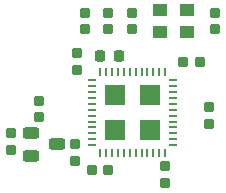
<source format=gtp>
G04*
G04 #@! TF.GenerationSoftware,Altium Limited,Altium Designer,23.3.1 (30)*
G04*
G04 Layer_Color=8421504*
%FSLAX44Y44*%
%MOMM*%
G71*
G04*
G04 #@! TF.SameCoordinates,2179DA4C-5F9F-4515-A9C7-B5EE9FB9D995*
G04*
G04*
G04 #@! TF.FilePolarity,Positive*
G04*
G01*
G75*
%ADD15R,1.8000X1.8000*%
%ADD16R,1.8000X1.8000*%
%ADD17R,0.7000X0.2490*%
%ADD18R,0.2490X0.7000*%
G04:AMPARAMS|DCode=19|XSize=1mm|YSize=1.4mm|CornerRadius=0.25mm|HoleSize=0mm|Usage=FLASHONLY|Rotation=270.000|XOffset=0mm|YOffset=0mm|HoleType=Round|Shape=RoundedRectangle|*
%AMROUNDEDRECTD19*
21,1,1.0000,0.9000,0,0,270.0*
21,1,0.5000,1.4000,0,0,270.0*
1,1,0.5000,-0.4500,-0.2500*
1,1,0.5000,-0.4500,0.2500*
1,1,0.5000,0.4500,0.2500*
1,1,0.5000,0.4500,-0.2500*
%
%ADD19ROUNDEDRECTD19*%
G04:AMPARAMS|DCode=20|XSize=0.85mm|YSize=0.85mm|CornerRadius=0.2125mm|HoleSize=0mm|Usage=FLASHONLY|Rotation=0.000|XOffset=0mm|YOffset=0mm|HoleType=Round|Shape=RoundedRectangle|*
%AMROUNDEDRECTD20*
21,1,0.8500,0.4250,0,0,0.0*
21,1,0.4250,0.8500,0,0,0.0*
1,1,0.4250,0.2125,-0.2125*
1,1,0.4250,-0.2125,-0.2125*
1,1,0.4250,-0.2125,0.2125*
1,1,0.4250,0.2125,0.2125*
%
%ADD20ROUNDEDRECTD20*%
G04:AMPARAMS|DCode=21|XSize=0.9mm|YSize=0.97mm|CornerRadius=0.225mm|HoleSize=0mm|Usage=FLASHONLY|Rotation=180.000|XOffset=0mm|YOffset=0mm|HoleType=Round|Shape=RoundedRectangle|*
%AMROUNDEDRECTD21*
21,1,0.9000,0.5200,0,0,180.0*
21,1,0.4500,0.9700,0,0,180.0*
1,1,0.4500,-0.2250,0.2600*
1,1,0.4500,0.2250,0.2600*
1,1,0.4500,0.2250,-0.2600*
1,1,0.4500,-0.2250,-0.2600*
%
%ADD21ROUNDEDRECTD21*%
G04:AMPARAMS|DCode=22|XSize=0.85mm|YSize=0.85mm|CornerRadius=0.2125mm|HoleSize=0mm|Usage=FLASHONLY|Rotation=270.000|XOffset=0mm|YOffset=0mm|HoleType=Round|Shape=RoundedRectangle|*
%AMROUNDEDRECTD22*
21,1,0.8500,0.4250,0,0,270.0*
21,1,0.4250,0.8500,0,0,270.0*
1,1,0.4250,-0.2125,-0.2125*
1,1,0.4250,-0.2125,0.2125*
1,1,0.4250,0.2125,0.2125*
1,1,0.4250,0.2125,-0.2125*
%
%ADD22ROUNDEDRECTD22*%
%ADD23R,1.3000X1.0500*%
D15*
X210500Y482500D02*
D03*
X180500Y452500D02*
D03*
D16*
X180500Y482500D02*
D03*
X210500Y452500D02*
D03*
D17*
X161000Y440000D02*
D03*
Y445000D02*
D03*
Y450000D02*
D03*
Y455000D02*
D03*
Y460000D02*
D03*
Y465000D02*
D03*
Y470000D02*
D03*
Y475000D02*
D03*
Y480000D02*
D03*
Y485000D02*
D03*
Y490000D02*
D03*
Y495000D02*
D03*
X230000Y440000D02*
D03*
Y445000D02*
D03*
Y450000D02*
D03*
Y455000D02*
D03*
Y460000D02*
D03*
Y465000D02*
D03*
Y470000D02*
D03*
Y475000D02*
D03*
Y480000D02*
D03*
Y485000D02*
D03*
Y490000D02*
D03*
Y495000D02*
D03*
D18*
X193000Y433000D02*
D03*
X188000D02*
D03*
X183000D02*
D03*
X178000D02*
D03*
X173000D02*
D03*
X168000D02*
D03*
X198000D02*
D03*
X203000D02*
D03*
X208000D02*
D03*
X213000D02*
D03*
X218000D02*
D03*
X223000D02*
D03*
X183000Y502000D02*
D03*
X178000D02*
D03*
X173000D02*
D03*
X168000D02*
D03*
X188000D02*
D03*
X193000D02*
D03*
X198000D02*
D03*
X203000D02*
D03*
X208000D02*
D03*
X223000D02*
D03*
X218000D02*
D03*
X213000D02*
D03*
D19*
X109750Y450250D02*
D03*
Y431250D02*
D03*
X131750Y440750D02*
D03*
D20*
X92500Y436000D02*
D03*
Y450000D02*
D03*
X222941Y408191D02*
D03*
Y422191D02*
D03*
X148750Y504000D02*
D03*
Y518000D02*
D03*
X147000Y426750D02*
D03*
Y440750D02*
D03*
X116466Y463702D02*
D03*
Y477702D02*
D03*
X260000Y472000D02*
D03*
Y458000D02*
D03*
X195000Y552000D02*
D03*
Y538000D02*
D03*
X265000D02*
D03*
Y552000D02*
D03*
X175000D02*
D03*
Y538000D02*
D03*
X155000D02*
D03*
Y552000D02*
D03*
D21*
X167917Y515150D02*
D03*
X183617D02*
D03*
D22*
X175000Y419000D02*
D03*
X161000D02*
D03*
X252500Y510500D02*
D03*
X238500D02*
D03*
D23*
X241500Y554250D02*
D03*
Y535750D02*
D03*
X218500D02*
D03*
Y554250D02*
D03*
M02*

</source>
